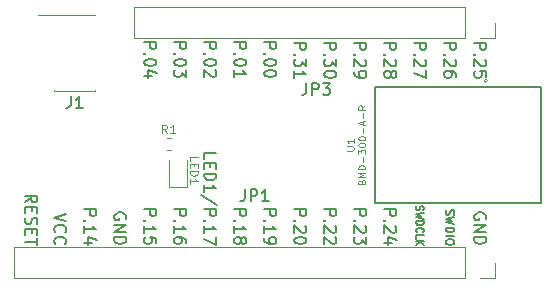
<source format=gbr>
G04 #@! TF.GenerationSoftware,KiCad,Pcbnew,(5.0.1)-3*
G04 #@! TF.CreationDate,2018-11-27T12:57:36+01:00*
G04 #@! TF.ProjectId,Adafruit_FeatherWing,41646166727569745F46656174686572,rev?*
G04 #@! TF.SameCoordinates,Original*
G04 #@! TF.FileFunction,Legend,Top*
G04 #@! TF.FilePolarity,Positive*
%FSLAX46Y46*%
G04 Gerber Fmt 4.6, Leading zero omitted, Abs format (unit mm)*
G04 Created by KiCad (PCBNEW (5.0.1)-3) date 27.11.2018 12:57:36*
%MOMM*%
%LPD*%
G01*
G04 APERTURE LIST*
%ADD10C,0.200000*%
%ADD11C,0.175000*%
%ADD12C,0.150000*%
%ADD13C,0.120000*%
%ADD14C,0.100000*%
%ADD15C,0.127000*%
%ADD16C,0.050000*%
G04 APERTURE END LIST*
D10*
X127817619Y-105778095D02*
X128817619Y-105778095D01*
X128817619Y-106159047D01*
X128770000Y-106254285D01*
X128722380Y-106301904D01*
X128627142Y-106349523D01*
X128484285Y-106349523D01*
X128389047Y-106301904D01*
X128341428Y-106254285D01*
X128293809Y-106159047D01*
X128293809Y-105778095D01*
X127912857Y-106778095D02*
X127865238Y-106825714D01*
X127817619Y-106778095D01*
X127865238Y-106730476D01*
X127912857Y-106778095D01*
X127817619Y-106778095D01*
X128817619Y-107444761D02*
X128817619Y-107540000D01*
X128770000Y-107635238D01*
X128722380Y-107682857D01*
X128627142Y-107730476D01*
X128436666Y-107778095D01*
X128198571Y-107778095D01*
X128008095Y-107730476D01*
X127912857Y-107682857D01*
X127865238Y-107635238D01*
X127817619Y-107540000D01*
X127817619Y-107444761D01*
X127865238Y-107349523D01*
X127912857Y-107301904D01*
X128008095Y-107254285D01*
X128198571Y-107206666D01*
X128436666Y-107206666D01*
X128627142Y-107254285D01*
X128722380Y-107301904D01*
X128770000Y-107349523D01*
X128817619Y-107444761D01*
X128484285Y-108635238D02*
X127817619Y-108635238D01*
X128865238Y-108397142D02*
X128150952Y-108159047D01*
X128150952Y-108778095D01*
X130357619Y-105778095D02*
X131357619Y-105778095D01*
X131357619Y-106159047D01*
X131310000Y-106254285D01*
X131262380Y-106301904D01*
X131167142Y-106349523D01*
X131024285Y-106349523D01*
X130929047Y-106301904D01*
X130881428Y-106254285D01*
X130833809Y-106159047D01*
X130833809Y-105778095D01*
X130452857Y-106778095D02*
X130405238Y-106825714D01*
X130357619Y-106778095D01*
X130405238Y-106730476D01*
X130452857Y-106778095D01*
X130357619Y-106778095D01*
X131357619Y-107444761D02*
X131357619Y-107540000D01*
X131310000Y-107635238D01*
X131262380Y-107682857D01*
X131167142Y-107730476D01*
X130976666Y-107778095D01*
X130738571Y-107778095D01*
X130548095Y-107730476D01*
X130452857Y-107682857D01*
X130405238Y-107635238D01*
X130357619Y-107540000D01*
X130357619Y-107444761D01*
X130405238Y-107349523D01*
X130452857Y-107301904D01*
X130548095Y-107254285D01*
X130738571Y-107206666D01*
X130976666Y-107206666D01*
X131167142Y-107254285D01*
X131262380Y-107301904D01*
X131310000Y-107349523D01*
X131357619Y-107444761D01*
X131357619Y-108111428D02*
X131357619Y-108730476D01*
X130976666Y-108397142D01*
X130976666Y-108540000D01*
X130929047Y-108635238D01*
X130881428Y-108682857D01*
X130786190Y-108730476D01*
X130548095Y-108730476D01*
X130452857Y-108682857D01*
X130405238Y-108635238D01*
X130357619Y-108540000D01*
X130357619Y-108254285D01*
X130405238Y-108159047D01*
X130452857Y-108111428D01*
X132897619Y-105778095D02*
X133897619Y-105778095D01*
X133897619Y-106159047D01*
X133850000Y-106254285D01*
X133802380Y-106301904D01*
X133707142Y-106349523D01*
X133564285Y-106349523D01*
X133469047Y-106301904D01*
X133421428Y-106254285D01*
X133373809Y-106159047D01*
X133373809Y-105778095D01*
X132992857Y-106778095D02*
X132945238Y-106825714D01*
X132897619Y-106778095D01*
X132945238Y-106730476D01*
X132992857Y-106778095D01*
X132897619Y-106778095D01*
X133897619Y-107444761D02*
X133897619Y-107540000D01*
X133850000Y-107635238D01*
X133802380Y-107682857D01*
X133707142Y-107730476D01*
X133516666Y-107778095D01*
X133278571Y-107778095D01*
X133088095Y-107730476D01*
X132992857Y-107682857D01*
X132945238Y-107635238D01*
X132897619Y-107540000D01*
X132897619Y-107444761D01*
X132945238Y-107349523D01*
X132992857Y-107301904D01*
X133088095Y-107254285D01*
X133278571Y-107206666D01*
X133516666Y-107206666D01*
X133707142Y-107254285D01*
X133802380Y-107301904D01*
X133850000Y-107349523D01*
X133897619Y-107444761D01*
X133802380Y-108159047D02*
X133850000Y-108206666D01*
X133897619Y-108301904D01*
X133897619Y-108540000D01*
X133850000Y-108635238D01*
X133802380Y-108682857D01*
X133707142Y-108730476D01*
X133611904Y-108730476D01*
X133469047Y-108682857D01*
X132897619Y-108111428D01*
X132897619Y-108730476D01*
X135437619Y-105778095D02*
X136437619Y-105778095D01*
X136437619Y-106159047D01*
X136390000Y-106254285D01*
X136342380Y-106301904D01*
X136247142Y-106349523D01*
X136104285Y-106349523D01*
X136009047Y-106301904D01*
X135961428Y-106254285D01*
X135913809Y-106159047D01*
X135913809Y-105778095D01*
X135532857Y-106778095D02*
X135485238Y-106825714D01*
X135437619Y-106778095D01*
X135485238Y-106730476D01*
X135532857Y-106778095D01*
X135437619Y-106778095D01*
X136437619Y-107444761D02*
X136437619Y-107540000D01*
X136390000Y-107635238D01*
X136342380Y-107682857D01*
X136247142Y-107730476D01*
X136056666Y-107778095D01*
X135818571Y-107778095D01*
X135628095Y-107730476D01*
X135532857Y-107682857D01*
X135485238Y-107635238D01*
X135437619Y-107540000D01*
X135437619Y-107444761D01*
X135485238Y-107349523D01*
X135532857Y-107301904D01*
X135628095Y-107254285D01*
X135818571Y-107206666D01*
X136056666Y-107206666D01*
X136247142Y-107254285D01*
X136342380Y-107301904D01*
X136390000Y-107349523D01*
X136437619Y-107444761D01*
X135437619Y-108730476D02*
X135437619Y-108159047D01*
X135437619Y-108444761D02*
X136437619Y-108444761D01*
X136294761Y-108349523D01*
X136199523Y-108254285D01*
X136151904Y-108159047D01*
X137977619Y-105778095D02*
X138977619Y-105778095D01*
X138977619Y-106159047D01*
X138930000Y-106254285D01*
X138882380Y-106301904D01*
X138787142Y-106349523D01*
X138644285Y-106349523D01*
X138549047Y-106301904D01*
X138501428Y-106254285D01*
X138453809Y-106159047D01*
X138453809Y-105778095D01*
X138072857Y-106778095D02*
X138025238Y-106825714D01*
X137977619Y-106778095D01*
X138025238Y-106730476D01*
X138072857Y-106778095D01*
X137977619Y-106778095D01*
X138977619Y-107444761D02*
X138977619Y-107540000D01*
X138930000Y-107635238D01*
X138882380Y-107682857D01*
X138787142Y-107730476D01*
X138596666Y-107778095D01*
X138358571Y-107778095D01*
X138168095Y-107730476D01*
X138072857Y-107682857D01*
X138025238Y-107635238D01*
X137977619Y-107540000D01*
X137977619Y-107444761D01*
X138025238Y-107349523D01*
X138072857Y-107301904D01*
X138168095Y-107254285D01*
X138358571Y-107206666D01*
X138596666Y-107206666D01*
X138787142Y-107254285D01*
X138882380Y-107301904D01*
X138930000Y-107349523D01*
X138977619Y-107444761D01*
X138977619Y-108397142D02*
X138977619Y-108492380D01*
X138930000Y-108587619D01*
X138882380Y-108635238D01*
X138787142Y-108682857D01*
X138596666Y-108730476D01*
X138358571Y-108730476D01*
X138168095Y-108682857D01*
X138072857Y-108635238D01*
X138025238Y-108587619D01*
X137977619Y-108492380D01*
X137977619Y-108397142D01*
X138025238Y-108301904D01*
X138072857Y-108254285D01*
X138168095Y-108206666D01*
X138358571Y-108159047D01*
X138596666Y-108159047D01*
X138787142Y-108206666D01*
X138882380Y-108254285D01*
X138930000Y-108301904D01*
X138977619Y-108397142D01*
X140517619Y-105838095D02*
X141517619Y-105838095D01*
X141517619Y-106219047D01*
X141470000Y-106314285D01*
X141422380Y-106361904D01*
X141327142Y-106409523D01*
X141184285Y-106409523D01*
X141089047Y-106361904D01*
X141041428Y-106314285D01*
X140993809Y-106219047D01*
X140993809Y-105838095D01*
X140612857Y-106838095D02*
X140565238Y-106885714D01*
X140517619Y-106838095D01*
X140565238Y-106790476D01*
X140612857Y-106838095D01*
X140517619Y-106838095D01*
X141517619Y-107219047D02*
X141517619Y-107838095D01*
X141136666Y-107504761D01*
X141136666Y-107647619D01*
X141089047Y-107742857D01*
X141041428Y-107790476D01*
X140946190Y-107838095D01*
X140708095Y-107838095D01*
X140612857Y-107790476D01*
X140565238Y-107742857D01*
X140517619Y-107647619D01*
X140517619Y-107361904D01*
X140565238Y-107266666D01*
X140612857Y-107219047D01*
X140517619Y-108790476D02*
X140517619Y-108219047D01*
X140517619Y-108504761D02*
X141517619Y-108504761D01*
X141374761Y-108409523D01*
X141279523Y-108314285D01*
X141231904Y-108219047D01*
X143057619Y-105838095D02*
X144057619Y-105838095D01*
X144057619Y-106219047D01*
X144010000Y-106314285D01*
X143962380Y-106361904D01*
X143867142Y-106409523D01*
X143724285Y-106409523D01*
X143629047Y-106361904D01*
X143581428Y-106314285D01*
X143533809Y-106219047D01*
X143533809Y-105838095D01*
X143152857Y-106838095D02*
X143105238Y-106885714D01*
X143057619Y-106838095D01*
X143105238Y-106790476D01*
X143152857Y-106838095D01*
X143057619Y-106838095D01*
X144057619Y-107219047D02*
X144057619Y-107838095D01*
X143676666Y-107504761D01*
X143676666Y-107647619D01*
X143629047Y-107742857D01*
X143581428Y-107790476D01*
X143486190Y-107838095D01*
X143248095Y-107838095D01*
X143152857Y-107790476D01*
X143105238Y-107742857D01*
X143057619Y-107647619D01*
X143057619Y-107361904D01*
X143105238Y-107266666D01*
X143152857Y-107219047D01*
X144057619Y-108457142D02*
X144057619Y-108552380D01*
X144010000Y-108647619D01*
X143962380Y-108695238D01*
X143867142Y-108742857D01*
X143676666Y-108790476D01*
X143438571Y-108790476D01*
X143248095Y-108742857D01*
X143152857Y-108695238D01*
X143105238Y-108647619D01*
X143057619Y-108552380D01*
X143057619Y-108457142D01*
X143105238Y-108361904D01*
X143152857Y-108314285D01*
X143248095Y-108266666D01*
X143438571Y-108219047D01*
X143676666Y-108219047D01*
X143867142Y-108266666D01*
X143962380Y-108314285D01*
X144010000Y-108361904D01*
X144057619Y-108457142D01*
X145597619Y-105838095D02*
X146597619Y-105838095D01*
X146597619Y-106219047D01*
X146550000Y-106314285D01*
X146502380Y-106361904D01*
X146407142Y-106409523D01*
X146264285Y-106409523D01*
X146169047Y-106361904D01*
X146121428Y-106314285D01*
X146073809Y-106219047D01*
X146073809Y-105838095D01*
X145692857Y-106838095D02*
X145645238Y-106885714D01*
X145597619Y-106838095D01*
X145645238Y-106790476D01*
X145692857Y-106838095D01*
X145597619Y-106838095D01*
X146502380Y-107266666D02*
X146550000Y-107314285D01*
X146597619Y-107409523D01*
X146597619Y-107647619D01*
X146550000Y-107742857D01*
X146502380Y-107790476D01*
X146407142Y-107838095D01*
X146311904Y-107838095D01*
X146169047Y-107790476D01*
X145597619Y-107219047D01*
X145597619Y-107838095D01*
X145597619Y-108314285D02*
X145597619Y-108504761D01*
X145645238Y-108600000D01*
X145692857Y-108647619D01*
X145835714Y-108742857D01*
X146026190Y-108790476D01*
X146407142Y-108790476D01*
X146502380Y-108742857D01*
X146550000Y-108695238D01*
X146597619Y-108600000D01*
X146597619Y-108409523D01*
X146550000Y-108314285D01*
X146502380Y-108266666D01*
X146407142Y-108219047D01*
X146169047Y-108219047D01*
X146073809Y-108266666D01*
X146026190Y-108314285D01*
X145978571Y-108409523D01*
X145978571Y-108600000D01*
X146026190Y-108695238D01*
X146073809Y-108742857D01*
X146169047Y-108790476D01*
X148137619Y-105838095D02*
X149137619Y-105838095D01*
X149137619Y-106219047D01*
X149090000Y-106314285D01*
X149042380Y-106361904D01*
X148947142Y-106409523D01*
X148804285Y-106409523D01*
X148709047Y-106361904D01*
X148661428Y-106314285D01*
X148613809Y-106219047D01*
X148613809Y-105838095D01*
X148232857Y-106838095D02*
X148185238Y-106885714D01*
X148137619Y-106838095D01*
X148185238Y-106790476D01*
X148232857Y-106838095D01*
X148137619Y-106838095D01*
X149042380Y-107266666D02*
X149090000Y-107314285D01*
X149137619Y-107409523D01*
X149137619Y-107647619D01*
X149090000Y-107742857D01*
X149042380Y-107790476D01*
X148947142Y-107838095D01*
X148851904Y-107838095D01*
X148709047Y-107790476D01*
X148137619Y-107219047D01*
X148137619Y-107838095D01*
X148709047Y-108409523D02*
X148756666Y-108314285D01*
X148804285Y-108266666D01*
X148899523Y-108219047D01*
X148947142Y-108219047D01*
X149042380Y-108266666D01*
X149090000Y-108314285D01*
X149137619Y-108409523D01*
X149137619Y-108600000D01*
X149090000Y-108695238D01*
X149042380Y-108742857D01*
X148947142Y-108790476D01*
X148899523Y-108790476D01*
X148804285Y-108742857D01*
X148756666Y-108695238D01*
X148709047Y-108600000D01*
X148709047Y-108409523D01*
X148661428Y-108314285D01*
X148613809Y-108266666D01*
X148518571Y-108219047D01*
X148328095Y-108219047D01*
X148232857Y-108266666D01*
X148185238Y-108314285D01*
X148137619Y-108409523D01*
X148137619Y-108600000D01*
X148185238Y-108695238D01*
X148232857Y-108742857D01*
X148328095Y-108790476D01*
X148518571Y-108790476D01*
X148613809Y-108742857D01*
X148661428Y-108695238D01*
X148709047Y-108600000D01*
X150677619Y-105838095D02*
X151677619Y-105838095D01*
X151677619Y-106219047D01*
X151630000Y-106314285D01*
X151582380Y-106361904D01*
X151487142Y-106409523D01*
X151344285Y-106409523D01*
X151249047Y-106361904D01*
X151201428Y-106314285D01*
X151153809Y-106219047D01*
X151153809Y-105838095D01*
X150772857Y-106838095D02*
X150725238Y-106885714D01*
X150677619Y-106838095D01*
X150725238Y-106790476D01*
X150772857Y-106838095D01*
X150677619Y-106838095D01*
X151582380Y-107266666D02*
X151630000Y-107314285D01*
X151677619Y-107409523D01*
X151677619Y-107647619D01*
X151630000Y-107742857D01*
X151582380Y-107790476D01*
X151487142Y-107838095D01*
X151391904Y-107838095D01*
X151249047Y-107790476D01*
X150677619Y-107219047D01*
X150677619Y-107838095D01*
X151677619Y-108171428D02*
X151677619Y-108838095D01*
X150677619Y-108409523D01*
X153217619Y-105838095D02*
X154217619Y-105838095D01*
X154217619Y-106219047D01*
X154170000Y-106314285D01*
X154122380Y-106361904D01*
X154027142Y-106409523D01*
X153884285Y-106409523D01*
X153789047Y-106361904D01*
X153741428Y-106314285D01*
X153693809Y-106219047D01*
X153693809Y-105838095D01*
X153312857Y-106838095D02*
X153265238Y-106885714D01*
X153217619Y-106838095D01*
X153265238Y-106790476D01*
X153312857Y-106838095D01*
X153217619Y-106838095D01*
X154122380Y-107266666D02*
X154170000Y-107314285D01*
X154217619Y-107409523D01*
X154217619Y-107647619D01*
X154170000Y-107742857D01*
X154122380Y-107790476D01*
X154027142Y-107838095D01*
X153931904Y-107838095D01*
X153789047Y-107790476D01*
X153217619Y-107219047D01*
X153217619Y-107838095D01*
X154217619Y-108695238D02*
X154217619Y-108504761D01*
X154170000Y-108409523D01*
X154122380Y-108361904D01*
X153979523Y-108266666D01*
X153789047Y-108219047D01*
X153408095Y-108219047D01*
X153312857Y-108266666D01*
X153265238Y-108314285D01*
X153217619Y-108409523D01*
X153217619Y-108600000D01*
X153265238Y-108695238D01*
X153312857Y-108742857D01*
X153408095Y-108790476D01*
X153646190Y-108790476D01*
X153741428Y-108742857D01*
X153789047Y-108695238D01*
X153836666Y-108600000D01*
X153836666Y-108409523D01*
X153789047Y-108314285D01*
X153741428Y-108266666D01*
X153646190Y-108219047D01*
X155757619Y-105838095D02*
X156757619Y-105838095D01*
X156757619Y-106219047D01*
X156710000Y-106314285D01*
X156662380Y-106361904D01*
X156567142Y-106409523D01*
X156424285Y-106409523D01*
X156329047Y-106361904D01*
X156281428Y-106314285D01*
X156233809Y-106219047D01*
X156233809Y-105838095D01*
X155852857Y-106838095D02*
X155805238Y-106885714D01*
X155757619Y-106838095D01*
X155805238Y-106790476D01*
X155852857Y-106838095D01*
X155757619Y-106838095D01*
X156662380Y-107266666D02*
X156710000Y-107314285D01*
X156757619Y-107409523D01*
X156757619Y-107647619D01*
X156710000Y-107742857D01*
X156662380Y-107790476D01*
X156567142Y-107838095D01*
X156471904Y-107838095D01*
X156329047Y-107790476D01*
X155757619Y-107219047D01*
X155757619Y-107838095D01*
X156757619Y-108742857D02*
X156757619Y-108266666D01*
X156281428Y-108219047D01*
X156329047Y-108266666D01*
X156376666Y-108361904D01*
X156376666Y-108600000D01*
X156329047Y-108695238D01*
X156281428Y-108742857D01*
X156186190Y-108790476D01*
X155948095Y-108790476D01*
X155852857Y-108742857D01*
X155805238Y-108695238D01*
X155757619Y-108600000D01*
X155757619Y-108361904D01*
X155805238Y-108266666D01*
X155852857Y-108219047D01*
X156710000Y-120774285D02*
X156757619Y-120679047D01*
X156757619Y-120536190D01*
X156710000Y-120393333D01*
X156614761Y-120298095D01*
X156519523Y-120250476D01*
X156329047Y-120202857D01*
X156186190Y-120202857D01*
X155995714Y-120250476D01*
X155900476Y-120298095D01*
X155805238Y-120393333D01*
X155757619Y-120536190D01*
X155757619Y-120631428D01*
X155805238Y-120774285D01*
X155852857Y-120821904D01*
X156186190Y-120821904D01*
X156186190Y-120631428D01*
X155757619Y-121250476D02*
X156757619Y-121250476D01*
X155757619Y-121821904D01*
X156757619Y-121821904D01*
X155757619Y-122298095D02*
X156757619Y-122298095D01*
X156757619Y-122536190D01*
X156710000Y-122679047D01*
X156614761Y-122774285D01*
X156519523Y-122821904D01*
X156329047Y-122869523D01*
X156186190Y-122869523D01*
X155995714Y-122821904D01*
X155900476Y-122774285D01*
X155805238Y-122679047D01*
X155757619Y-122536190D01*
X155757619Y-122298095D01*
D11*
X153386666Y-119976250D02*
X153353333Y-120076250D01*
X153353333Y-120242916D01*
X153386666Y-120309583D01*
X153420000Y-120342916D01*
X153486666Y-120376250D01*
X153553333Y-120376250D01*
X153620000Y-120342916D01*
X153653333Y-120309583D01*
X153686666Y-120242916D01*
X153720000Y-120109583D01*
X153753333Y-120042916D01*
X153786666Y-120009583D01*
X153853333Y-119976250D01*
X153920000Y-119976250D01*
X153986666Y-120009583D01*
X154020000Y-120042916D01*
X154053333Y-120109583D01*
X154053333Y-120276250D01*
X154020000Y-120376250D01*
X154053333Y-120609583D02*
X153353333Y-120776250D01*
X153853333Y-120909583D01*
X153353333Y-121042916D01*
X154053333Y-121209583D01*
X153353333Y-121476250D02*
X154053333Y-121476250D01*
X154053333Y-121642916D01*
X154020000Y-121742916D01*
X153953333Y-121809583D01*
X153886666Y-121842916D01*
X153753333Y-121876250D01*
X153653333Y-121876250D01*
X153520000Y-121842916D01*
X153453333Y-121809583D01*
X153386666Y-121742916D01*
X153353333Y-121642916D01*
X153353333Y-121476250D01*
X153353333Y-122176250D02*
X154053333Y-122176250D01*
X154053333Y-122642916D02*
X154053333Y-122776250D01*
X154020000Y-122842916D01*
X153953333Y-122909583D01*
X153820000Y-122942916D01*
X153586666Y-122942916D01*
X153453333Y-122909583D01*
X153386666Y-122842916D01*
X153353333Y-122776250D01*
X153353333Y-122642916D01*
X153386666Y-122576250D01*
X153453333Y-122509583D01*
X153586666Y-122476250D01*
X153820000Y-122476250D01*
X153953333Y-122509583D01*
X154020000Y-122576250D01*
X154053333Y-122642916D01*
D12*
X150887142Y-119663928D02*
X150858571Y-119749642D01*
X150858571Y-119892500D01*
X150887142Y-119949642D01*
X150915714Y-119978214D01*
X150972857Y-120006785D01*
X151030000Y-120006785D01*
X151087142Y-119978214D01*
X151115714Y-119949642D01*
X151144285Y-119892500D01*
X151172857Y-119778214D01*
X151201428Y-119721071D01*
X151230000Y-119692500D01*
X151287142Y-119663928D01*
X151344285Y-119663928D01*
X151401428Y-119692500D01*
X151430000Y-119721071D01*
X151458571Y-119778214D01*
X151458571Y-119921071D01*
X151430000Y-120006785D01*
X151458571Y-120206785D02*
X150858571Y-120349642D01*
X151287142Y-120463928D01*
X150858571Y-120578214D01*
X151458571Y-120721071D01*
X150858571Y-120949642D02*
X151458571Y-120949642D01*
X151458571Y-121092500D01*
X151430000Y-121178214D01*
X151372857Y-121235357D01*
X151315714Y-121263928D01*
X151201428Y-121292500D01*
X151115714Y-121292500D01*
X151001428Y-121263928D01*
X150944285Y-121235357D01*
X150887142Y-121178214D01*
X150858571Y-121092500D01*
X150858571Y-120949642D01*
X150915714Y-121892500D02*
X150887142Y-121863928D01*
X150858571Y-121778214D01*
X150858571Y-121721071D01*
X150887142Y-121635357D01*
X150944285Y-121578214D01*
X151001428Y-121549642D01*
X151115714Y-121521071D01*
X151201428Y-121521071D01*
X151315714Y-121549642D01*
X151372857Y-121578214D01*
X151430000Y-121635357D01*
X151458571Y-121721071D01*
X151458571Y-121778214D01*
X151430000Y-121863928D01*
X151401428Y-121892500D01*
X150858571Y-122435357D02*
X150858571Y-122149642D01*
X151458571Y-122149642D01*
X150858571Y-122635357D02*
X151458571Y-122635357D01*
X150858571Y-122978214D02*
X151201428Y-122721071D01*
X151458571Y-122978214D02*
X151115714Y-122635357D01*
D10*
X148137619Y-119917142D02*
X149137619Y-119917142D01*
X149137619Y-120298095D01*
X149090000Y-120393333D01*
X149042380Y-120440952D01*
X148947142Y-120488571D01*
X148804285Y-120488571D01*
X148709047Y-120440952D01*
X148661428Y-120393333D01*
X148613809Y-120298095D01*
X148613809Y-119917142D01*
X148232857Y-120917142D02*
X148185238Y-120964761D01*
X148137619Y-120917142D01*
X148185238Y-120869523D01*
X148232857Y-120917142D01*
X148137619Y-120917142D01*
X149042380Y-121345714D02*
X149090000Y-121393333D01*
X149137619Y-121488571D01*
X149137619Y-121726666D01*
X149090000Y-121821904D01*
X149042380Y-121869523D01*
X148947142Y-121917142D01*
X148851904Y-121917142D01*
X148709047Y-121869523D01*
X148137619Y-121298095D01*
X148137619Y-121917142D01*
X148804285Y-122774285D02*
X148137619Y-122774285D01*
X149185238Y-122536190D02*
X148470952Y-122298095D01*
X148470952Y-122917142D01*
X145597619Y-119917142D02*
X146597619Y-119917142D01*
X146597619Y-120298095D01*
X146550000Y-120393333D01*
X146502380Y-120440952D01*
X146407142Y-120488571D01*
X146264285Y-120488571D01*
X146169047Y-120440952D01*
X146121428Y-120393333D01*
X146073809Y-120298095D01*
X146073809Y-119917142D01*
X145692857Y-120917142D02*
X145645238Y-120964761D01*
X145597619Y-120917142D01*
X145645238Y-120869523D01*
X145692857Y-120917142D01*
X145597619Y-120917142D01*
X146502380Y-121345714D02*
X146550000Y-121393333D01*
X146597619Y-121488571D01*
X146597619Y-121726666D01*
X146550000Y-121821904D01*
X146502380Y-121869523D01*
X146407142Y-121917142D01*
X146311904Y-121917142D01*
X146169047Y-121869523D01*
X145597619Y-121298095D01*
X145597619Y-121917142D01*
X146597619Y-122250476D02*
X146597619Y-122869523D01*
X146216666Y-122536190D01*
X146216666Y-122679047D01*
X146169047Y-122774285D01*
X146121428Y-122821904D01*
X146026190Y-122869523D01*
X145788095Y-122869523D01*
X145692857Y-122821904D01*
X145645238Y-122774285D01*
X145597619Y-122679047D01*
X145597619Y-122393333D01*
X145645238Y-122298095D01*
X145692857Y-122250476D01*
X143057619Y-119917142D02*
X144057619Y-119917142D01*
X144057619Y-120298095D01*
X144010000Y-120393333D01*
X143962380Y-120440952D01*
X143867142Y-120488571D01*
X143724285Y-120488571D01*
X143629047Y-120440952D01*
X143581428Y-120393333D01*
X143533809Y-120298095D01*
X143533809Y-119917142D01*
X143152857Y-120917142D02*
X143105238Y-120964761D01*
X143057619Y-120917142D01*
X143105238Y-120869523D01*
X143152857Y-120917142D01*
X143057619Y-120917142D01*
X143962380Y-121345714D02*
X144010000Y-121393333D01*
X144057619Y-121488571D01*
X144057619Y-121726666D01*
X144010000Y-121821904D01*
X143962380Y-121869523D01*
X143867142Y-121917142D01*
X143771904Y-121917142D01*
X143629047Y-121869523D01*
X143057619Y-121298095D01*
X143057619Y-121917142D01*
X143962380Y-122298095D02*
X144010000Y-122345714D01*
X144057619Y-122440952D01*
X144057619Y-122679047D01*
X144010000Y-122774285D01*
X143962380Y-122821904D01*
X143867142Y-122869523D01*
X143771904Y-122869523D01*
X143629047Y-122821904D01*
X143057619Y-122250476D01*
X143057619Y-122869523D01*
X140517619Y-119917142D02*
X141517619Y-119917142D01*
X141517619Y-120298095D01*
X141470000Y-120393333D01*
X141422380Y-120440952D01*
X141327142Y-120488571D01*
X141184285Y-120488571D01*
X141089047Y-120440952D01*
X141041428Y-120393333D01*
X140993809Y-120298095D01*
X140993809Y-119917142D01*
X140612857Y-120917142D02*
X140565238Y-120964761D01*
X140517619Y-120917142D01*
X140565238Y-120869523D01*
X140612857Y-120917142D01*
X140517619Y-120917142D01*
X141422380Y-121345714D02*
X141470000Y-121393333D01*
X141517619Y-121488571D01*
X141517619Y-121726666D01*
X141470000Y-121821904D01*
X141422380Y-121869523D01*
X141327142Y-121917142D01*
X141231904Y-121917142D01*
X141089047Y-121869523D01*
X140517619Y-121298095D01*
X140517619Y-121917142D01*
X141517619Y-122536190D02*
X141517619Y-122631428D01*
X141470000Y-122726666D01*
X141422380Y-122774285D01*
X141327142Y-122821904D01*
X141136666Y-122869523D01*
X140898571Y-122869523D01*
X140708095Y-122821904D01*
X140612857Y-122774285D01*
X140565238Y-122726666D01*
X140517619Y-122631428D01*
X140517619Y-122536190D01*
X140565238Y-122440952D01*
X140612857Y-122393333D01*
X140708095Y-122345714D01*
X140898571Y-122298095D01*
X141136666Y-122298095D01*
X141327142Y-122345714D01*
X141422380Y-122393333D01*
X141470000Y-122440952D01*
X141517619Y-122536190D01*
X137977619Y-119917142D02*
X138977619Y-119917142D01*
X138977619Y-120298095D01*
X138930000Y-120393333D01*
X138882380Y-120440952D01*
X138787142Y-120488571D01*
X138644285Y-120488571D01*
X138549047Y-120440952D01*
X138501428Y-120393333D01*
X138453809Y-120298095D01*
X138453809Y-119917142D01*
X138072857Y-120917142D02*
X138025238Y-120964761D01*
X137977619Y-120917142D01*
X138025238Y-120869523D01*
X138072857Y-120917142D01*
X137977619Y-120917142D01*
X137977619Y-121917142D02*
X137977619Y-121345714D01*
X137977619Y-121631428D02*
X138977619Y-121631428D01*
X138834761Y-121536190D01*
X138739523Y-121440952D01*
X138691904Y-121345714D01*
X137977619Y-122393333D02*
X137977619Y-122583809D01*
X138025238Y-122679047D01*
X138072857Y-122726666D01*
X138215714Y-122821904D01*
X138406190Y-122869523D01*
X138787142Y-122869523D01*
X138882380Y-122821904D01*
X138930000Y-122774285D01*
X138977619Y-122679047D01*
X138977619Y-122488571D01*
X138930000Y-122393333D01*
X138882380Y-122345714D01*
X138787142Y-122298095D01*
X138549047Y-122298095D01*
X138453809Y-122345714D01*
X138406190Y-122393333D01*
X138358571Y-122488571D01*
X138358571Y-122679047D01*
X138406190Y-122774285D01*
X138453809Y-122821904D01*
X138549047Y-122869523D01*
X135437619Y-119917142D02*
X136437619Y-119917142D01*
X136437619Y-120298095D01*
X136390000Y-120393333D01*
X136342380Y-120440952D01*
X136247142Y-120488571D01*
X136104285Y-120488571D01*
X136009047Y-120440952D01*
X135961428Y-120393333D01*
X135913809Y-120298095D01*
X135913809Y-119917142D01*
X135532857Y-120917142D02*
X135485238Y-120964761D01*
X135437619Y-120917142D01*
X135485238Y-120869523D01*
X135532857Y-120917142D01*
X135437619Y-120917142D01*
X135437619Y-121917142D02*
X135437619Y-121345714D01*
X135437619Y-121631428D02*
X136437619Y-121631428D01*
X136294761Y-121536190D01*
X136199523Y-121440952D01*
X136151904Y-121345714D01*
X136009047Y-122488571D02*
X136056666Y-122393333D01*
X136104285Y-122345714D01*
X136199523Y-122298095D01*
X136247142Y-122298095D01*
X136342380Y-122345714D01*
X136390000Y-122393333D01*
X136437619Y-122488571D01*
X136437619Y-122679047D01*
X136390000Y-122774285D01*
X136342380Y-122821904D01*
X136247142Y-122869523D01*
X136199523Y-122869523D01*
X136104285Y-122821904D01*
X136056666Y-122774285D01*
X136009047Y-122679047D01*
X136009047Y-122488571D01*
X135961428Y-122393333D01*
X135913809Y-122345714D01*
X135818571Y-122298095D01*
X135628095Y-122298095D01*
X135532857Y-122345714D01*
X135485238Y-122393333D01*
X135437619Y-122488571D01*
X135437619Y-122679047D01*
X135485238Y-122774285D01*
X135532857Y-122821904D01*
X135628095Y-122869523D01*
X135818571Y-122869523D01*
X135913809Y-122821904D01*
X135961428Y-122774285D01*
X136009047Y-122679047D01*
X132897619Y-115679047D02*
X132897619Y-115202857D01*
X133897619Y-115202857D01*
X133421428Y-116012380D02*
X133421428Y-116345714D01*
X132897619Y-116488571D02*
X132897619Y-116012380D01*
X133897619Y-116012380D01*
X133897619Y-116488571D01*
X132897619Y-116917142D02*
X133897619Y-116917142D01*
X133897619Y-117155238D01*
X133850000Y-117298095D01*
X133754761Y-117393333D01*
X133659523Y-117440952D01*
X133469047Y-117488571D01*
X133326190Y-117488571D01*
X133135714Y-117440952D01*
X133040476Y-117393333D01*
X132945238Y-117298095D01*
X132897619Y-117155238D01*
X132897619Y-116917142D01*
X132897619Y-118440952D02*
X132897619Y-117869523D01*
X132897619Y-118155238D02*
X133897619Y-118155238D01*
X133754761Y-118060000D01*
X133659523Y-117964761D01*
X133611904Y-117869523D01*
X133945238Y-119583809D02*
X132659523Y-118726666D01*
X132897619Y-119917142D02*
X133897619Y-119917142D01*
X133897619Y-120298095D01*
X133850000Y-120393333D01*
X133802380Y-120440952D01*
X133707142Y-120488571D01*
X133564285Y-120488571D01*
X133469047Y-120440952D01*
X133421428Y-120393333D01*
X133373809Y-120298095D01*
X133373809Y-119917142D01*
X132992857Y-120917142D02*
X132945238Y-120964761D01*
X132897619Y-120917142D01*
X132945238Y-120869523D01*
X132992857Y-120917142D01*
X132897619Y-120917142D01*
X132897619Y-121917142D02*
X132897619Y-121345714D01*
X132897619Y-121631428D02*
X133897619Y-121631428D01*
X133754761Y-121536190D01*
X133659523Y-121440952D01*
X133611904Y-121345714D01*
X133897619Y-122250476D02*
X133897619Y-122917142D01*
X132897619Y-122488571D01*
X130357619Y-119917142D02*
X131357619Y-119917142D01*
X131357619Y-120298095D01*
X131310000Y-120393333D01*
X131262380Y-120440952D01*
X131167142Y-120488571D01*
X131024285Y-120488571D01*
X130929047Y-120440952D01*
X130881428Y-120393333D01*
X130833809Y-120298095D01*
X130833809Y-119917142D01*
X130452857Y-120917142D02*
X130405238Y-120964761D01*
X130357619Y-120917142D01*
X130405238Y-120869523D01*
X130452857Y-120917142D01*
X130357619Y-120917142D01*
X130357619Y-121917142D02*
X130357619Y-121345714D01*
X130357619Y-121631428D02*
X131357619Y-121631428D01*
X131214761Y-121536190D01*
X131119523Y-121440952D01*
X131071904Y-121345714D01*
X131357619Y-122774285D02*
X131357619Y-122583809D01*
X131310000Y-122488571D01*
X131262380Y-122440952D01*
X131119523Y-122345714D01*
X130929047Y-122298095D01*
X130548095Y-122298095D01*
X130452857Y-122345714D01*
X130405238Y-122393333D01*
X130357619Y-122488571D01*
X130357619Y-122679047D01*
X130405238Y-122774285D01*
X130452857Y-122821904D01*
X130548095Y-122869523D01*
X130786190Y-122869523D01*
X130881428Y-122821904D01*
X130929047Y-122774285D01*
X130976666Y-122679047D01*
X130976666Y-122488571D01*
X130929047Y-122393333D01*
X130881428Y-122345714D01*
X130786190Y-122298095D01*
X127817619Y-119917142D02*
X128817619Y-119917142D01*
X128817619Y-120298095D01*
X128770000Y-120393333D01*
X128722380Y-120440952D01*
X128627142Y-120488571D01*
X128484285Y-120488571D01*
X128389047Y-120440952D01*
X128341428Y-120393333D01*
X128293809Y-120298095D01*
X128293809Y-119917142D01*
X127912857Y-120917142D02*
X127865238Y-120964761D01*
X127817619Y-120917142D01*
X127865238Y-120869523D01*
X127912857Y-120917142D01*
X127817619Y-120917142D01*
X127817619Y-121917142D02*
X127817619Y-121345714D01*
X127817619Y-121631428D02*
X128817619Y-121631428D01*
X128674761Y-121536190D01*
X128579523Y-121440952D01*
X128531904Y-121345714D01*
X128817619Y-122821904D02*
X128817619Y-122345714D01*
X128341428Y-122298095D01*
X128389047Y-122345714D01*
X128436666Y-122440952D01*
X128436666Y-122679047D01*
X128389047Y-122774285D01*
X128341428Y-122821904D01*
X128246190Y-122869523D01*
X128008095Y-122869523D01*
X127912857Y-122821904D01*
X127865238Y-122774285D01*
X127817619Y-122679047D01*
X127817619Y-122440952D01*
X127865238Y-122345714D01*
X127912857Y-122298095D01*
X126230000Y-120774285D02*
X126277619Y-120679047D01*
X126277619Y-120536190D01*
X126230000Y-120393333D01*
X126134761Y-120298095D01*
X126039523Y-120250476D01*
X125849047Y-120202857D01*
X125706190Y-120202857D01*
X125515714Y-120250476D01*
X125420476Y-120298095D01*
X125325238Y-120393333D01*
X125277619Y-120536190D01*
X125277619Y-120631428D01*
X125325238Y-120774285D01*
X125372857Y-120821904D01*
X125706190Y-120821904D01*
X125706190Y-120631428D01*
X125277619Y-121250476D02*
X126277619Y-121250476D01*
X125277619Y-121821904D01*
X126277619Y-121821904D01*
X125277619Y-122298095D02*
X126277619Y-122298095D01*
X126277619Y-122536190D01*
X126230000Y-122679047D01*
X126134761Y-122774285D01*
X126039523Y-122821904D01*
X125849047Y-122869523D01*
X125706190Y-122869523D01*
X125515714Y-122821904D01*
X125420476Y-122774285D01*
X125325238Y-122679047D01*
X125277619Y-122536190D01*
X125277619Y-122298095D01*
X122737619Y-119917142D02*
X123737619Y-119917142D01*
X123737619Y-120298095D01*
X123690000Y-120393333D01*
X123642380Y-120440952D01*
X123547142Y-120488571D01*
X123404285Y-120488571D01*
X123309047Y-120440952D01*
X123261428Y-120393333D01*
X123213809Y-120298095D01*
X123213809Y-119917142D01*
X122832857Y-120917142D02*
X122785238Y-120964761D01*
X122737619Y-120917142D01*
X122785238Y-120869523D01*
X122832857Y-120917142D01*
X122737619Y-120917142D01*
X122737619Y-121917142D02*
X122737619Y-121345714D01*
X122737619Y-121631428D02*
X123737619Y-121631428D01*
X123594761Y-121536190D01*
X123499523Y-121440952D01*
X123451904Y-121345714D01*
X123404285Y-122774285D02*
X122737619Y-122774285D01*
X123785238Y-122536190D02*
X123070952Y-122298095D01*
X123070952Y-122917142D01*
X121197619Y-120298095D02*
X120197619Y-120631428D01*
X121197619Y-120964761D01*
X120292857Y-121869523D02*
X120245238Y-121821904D01*
X120197619Y-121679047D01*
X120197619Y-121583809D01*
X120245238Y-121440952D01*
X120340476Y-121345714D01*
X120435714Y-121298095D01*
X120626190Y-121250476D01*
X120769047Y-121250476D01*
X120959523Y-121298095D01*
X121054761Y-121345714D01*
X121150000Y-121440952D01*
X121197619Y-121583809D01*
X121197619Y-121679047D01*
X121150000Y-121821904D01*
X121102380Y-121869523D01*
X120292857Y-122869523D02*
X120245238Y-122821904D01*
X120197619Y-122679047D01*
X120197619Y-122583809D01*
X120245238Y-122440952D01*
X120340476Y-122345714D01*
X120435714Y-122298095D01*
X120626190Y-122250476D01*
X120769047Y-122250476D01*
X120959523Y-122298095D01*
X121054761Y-122345714D01*
X121150000Y-122440952D01*
X121197619Y-122583809D01*
X121197619Y-122679047D01*
X121150000Y-122821904D01*
X121102380Y-122869523D01*
X117757619Y-119345714D02*
X118233809Y-119012380D01*
X117757619Y-118774285D02*
X118757619Y-118774285D01*
X118757619Y-119155238D01*
X118710000Y-119250476D01*
X118662380Y-119298095D01*
X118567142Y-119345714D01*
X118424285Y-119345714D01*
X118329047Y-119298095D01*
X118281428Y-119250476D01*
X118233809Y-119155238D01*
X118233809Y-118774285D01*
X118281428Y-119774285D02*
X118281428Y-120107619D01*
X117757619Y-120250476D02*
X117757619Y-119774285D01*
X118757619Y-119774285D01*
X118757619Y-120250476D01*
X117805238Y-120631428D02*
X117757619Y-120774285D01*
X117757619Y-121012380D01*
X117805238Y-121107619D01*
X117852857Y-121155238D01*
X117948095Y-121202857D01*
X118043333Y-121202857D01*
X118138571Y-121155238D01*
X118186190Y-121107619D01*
X118233809Y-121012380D01*
X118281428Y-120821904D01*
X118329047Y-120726666D01*
X118376666Y-120679047D01*
X118471904Y-120631428D01*
X118567142Y-120631428D01*
X118662380Y-120679047D01*
X118710000Y-120726666D01*
X118757619Y-120821904D01*
X118757619Y-121060000D01*
X118710000Y-121202857D01*
X118281428Y-121631428D02*
X118281428Y-121964761D01*
X117757619Y-122107619D02*
X117757619Y-121631428D01*
X118757619Y-121631428D01*
X118757619Y-122107619D01*
X118757619Y-122393333D02*
X118757619Y-122964761D01*
X117757619Y-122679047D02*
X118757619Y-122679047D01*
D13*
G04 #@! TO.C,JP1*
X154940000Y-123130000D02*
X154940000Y-125790000D01*
X154940000Y-123130000D02*
X116780000Y-123130000D01*
X116780000Y-123130000D02*
X116780000Y-125790000D01*
X154940000Y-125790000D02*
X116780000Y-125790000D01*
X157540000Y-125790000D02*
X156210000Y-125790000D01*
X157540000Y-124460000D02*
X157540000Y-125790000D01*
G04 #@! TO.C,JP3*
X154940000Y-102810000D02*
X154940000Y-105470000D01*
X154940000Y-102810000D02*
X126940000Y-102810000D01*
X126940000Y-102810000D02*
X126940000Y-105470000D01*
X154940000Y-105470000D02*
X126940000Y-105470000D01*
X157540000Y-105470000D02*
X156210000Y-105470000D01*
X157540000Y-104140000D02*
X157540000Y-105470000D01*
D14*
G04 #@! TO.C,U1*
X156880000Y-109030000D02*
G75*
G03X156880000Y-109030000I-150000J0D01*
G01*
D15*
X147370000Y-119400000D02*
X161370000Y-119400000D01*
X147370000Y-109600000D02*
X147370000Y-119400000D01*
X161370000Y-109600000D02*
X147370000Y-109600000D01*
X161370000Y-119400000D02*
X161370000Y-109600000D01*
D13*
G04 #@! TO.C,J1*
X120155000Y-103445000D02*
X123685000Y-103445000D01*
X120155000Y-109915000D02*
X123685000Y-109915000D01*
X118830000Y-103510000D02*
X120155000Y-103510000D01*
X120155000Y-103445000D02*
X120155000Y-103510000D01*
X123685000Y-103445000D02*
X123685000Y-103510000D01*
X120155000Y-109850000D02*
X120155000Y-109915000D01*
X123685000Y-109850000D02*
X123685000Y-109915000D01*
G04 #@! TO.C,LED1*
X131405000Y-118010000D02*
X131405000Y-115725000D01*
X129935000Y-118010000D02*
X131405000Y-118010000D01*
X129935000Y-115725000D02*
X129935000Y-118010000D01*
G04 #@! TO.C,R1*
X130045279Y-114910000D02*
X129719721Y-114910000D01*
X130045279Y-113890000D02*
X129719721Y-113890000D01*
G04 #@! TO.C,JP1*
D12*
X136336666Y-118252380D02*
X136336666Y-118966666D01*
X136289047Y-119109523D01*
X136193809Y-119204761D01*
X136050952Y-119252380D01*
X135955714Y-119252380D01*
X136812857Y-119252380D02*
X136812857Y-118252380D01*
X137193809Y-118252380D01*
X137289047Y-118300000D01*
X137336666Y-118347619D01*
X137384285Y-118442857D01*
X137384285Y-118585714D01*
X137336666Y-118680952D01*
X137289047Y-118728571D01*
X137193809Y-118776190D01*
X136812857Y-118776190D01*
X138336666Y-119252380D02*
X137765238Y-119252380D01*
X138050952Y-119252380D02*
X138050952Y-118252380D01*
X137955714Y-118395238D01*
X137860476Y-118490476D01*
X137765238Y-118538095D01*
G04 #@! TO.C,JP3*
X141536666Y-109252380D02*
X141536666Y-109966666D01*
X141489047Y-110109523D01*
X141393809Y-110204761D01*
X141250952Y-110252380D01*
X141155714Y-110252380D01*
X142012857Y-110252380D02*
X142012857Y-109252380D01*
X142393809Y-109252380D01*
X142489047Y-109300000D01*
X142536666Y-109347619D01*
X142584285Y-109442857D01*
X142584285Y-109585714D01*
X142536666Y-109680952D01*
X142489047Y-109728571D01*
X142393809Y-109776190D01*
X142012857Y-109776190D01*
X142917619Y-109252380D02*
X143536666Y-109252380D01*
X143203333Y-109633333D01*
X143346190Y-109633333D01*
X143441428Y-109680952D01*
X143489047Y-109728571D01*
X143536666Y-109823809D01*
X143536666Y-110061904D01*
X143489047Y-110157142D01*
X143441428Y-110204761D01*
X143346190Y-110252380D01*
X143060476Y-110252380D01*
X142965238Y-110204761D01*
X142917619Y-110157142D01*
G04 #@! TO.C,U1*
D16*
X144941428Y-114957142D02*
X145427142Y-114957142D01*
X145484285Y-114928571D01*
X145512857Y-114900000D01*
X145541428Y-114842857D01*
X145541428Y-114728571D01*
X145512857Y-114671428D01*
X145484285Y-114642857D01*
X145427142Y-114614285D01*
X144941428Y-114614285D01*
X145541428Y-114014285D02*
X145541428Y-114357142D01*
X145541428Y-114185714D02*
X144941428Y-114185714D01*
X145027142Y-114242857D01*
X145084285Y-114300000D01*
X145112857Y-114357142D01*
X146227142Y-117628571D02*
X146255714Y-117542857D01*
X146284285Y-117514285D01*
X146341428Y-117485714D01*
X146427142Y-117485714D01*
X146484285Y-117514285D01*
X146512857Y-117542857D01*
X146541428Y-117600000D01*
X146541428Y-117828571D01*
X145941428Y-117828571D01*
X145941428Y-117628571D01*
X145970000Y-117571428D01*
X145998571Y-117542857D01*
X146055714Y-117514285D01*
X146112857Y-117514285D01*
X146170000Y-117542857D01*
X146198571Y-117571428D01*
X146227142Y-117628571D01*
X146227142Y-117828571D01*
X146541428Y-117228571D02*
X145941428Y-117228571D01*
X146370000Y-117028571D01*
X145941428Y-116828571D01*
X146541428Y-116828571D01*
X146541428Y-116542857D02*
X145941428Y-116542857D01*
X145941428Y-116400000D01*
X145970000Y-116314285D01*
X146027142Y-116257142D01*
X146084285Y-116228571D01*
X146198571Y-116200000D01*
X146284285Y-116200000D01*
X146398571Y-116228571D01*
X146455714Y-116257142D01*
X146512857Y-116314285D01*
X146541428Y-116400000D01*
X146541428Y-116542857D01*
X146312857Y-115942857D02*
X146312857Y-115485714D01*
X145941428Y-115257142D02*
X145941428Y-114885714D01*
X146170000Y-115085714D01*
X146170000Y-115000000D01*
X146198571Y-114942857D01*
X146227142Y-114914285D01*
X146284285Y-114885714D01*
X146427142Y-114885714D01*
X146484285Y-114914285D01*
X146512857Y-114942857D01*
X146541428Y-115000000D01*
X146541428Y-115171428D01*
X146512857Y-115228571D01*
X146484285Y-115257142D01*
X145941428Y-114514285D02*
X145941428Y-114457142D01*
X145970000Y-114400000D01*
X145998571Y-114371428D01*
X146055714Y-114342857D01*
X146170000Y-114314285D01*
X146312857Y-114314285D01*
X146427142Y-114342857D01*
X146484285Y-114371428D01*
X146512857Y-114400000D01*
X146541428Y-114457142D01*
X146541428Y-114514285D01*
X146512857Y-114571428D01*
X146484285Y-114600000D01*
X146427142Y-114628571D01*
X146312857Y-114657142D01*
X146170000Y-114657142D01*
X146055714Y-114628571D01*
X145998571Y-114600000D01*
X145970000Y-114571428D01*
X145941428Y-114514285D01*
X145941428Y-113942857D02*
X145941428Y-113885714D01*
X145970000Y-113828571D01*
X145998571Y-113800000D01*
X146055714Y-113771428D01*
X146170000Y-113742857D01*
X146312857Y-113742857D01*
X146427142Y-113771428D01*
X146484285Y-113800000D01*
X146512857Y-113828571D01*
X146541428Y-113885714D01*
X146541428Y-113942857D01*
X146512857Y-114000000D01*
X146484285Y-114028571D01*
X146427142Y-114057142D01*
X146312857Y-114085714D01*
X146170000Y-114085714D01*
X146055714Y-114057142D01*
X145998571Y-114028571D01*
X145970000Y-114000000D01*
X145941428Y-113942857D01*
X146312857Y-113485714D02*
X146312857Y-113028571D01*
X146370000Y-112771428D02*
X146370000Y-112485714D01*
X146541428Y-112828571D02*
X145941428Y-112628571D01*
X146541428Y-112428571D01*
X146312857Y-112228571D02*
X146312857Y-111771428D01*
X146541428Y-111142857D02*
X146255714Y-111342857D01*
X146541428Y-111485714D02*
X145941428Y-111485714D01*
X145941428Y-111257142D01*
X145970000Y-111200000D01*
X145998571Y-111171428D01*
X146055714Y-111142857D01*
X146141428Y-111142857D01*
X146198571Y-111171428D01*
X146227142Y-111200000D01*
X146255714Y-111257142D01*
X146255714Y-111485714D01*
G04 #@! TO.C,J1*
D12*
X121586666Y-110352380D02*
X121586666Y-111066666D01*
X121539047Y-111209523D01*
X121443809Y-111304761D01*
X121300952Y-111352380D01*
X121205714Y-111352380D01*
X122586666Y-111352380D02*
X122015238Y-111352380D01*
X122300952Y-111352380D02*
X122300952Y-110352380D01*
X122205714Y-110495238D01*
X122110476Y-110590476D01*
X122015238Y-110638095D01*
G04 #@! TO.C,LED1*
D14*
X131653333Y-115829166D02*
X131653333Y-115495833D01*
X132353333Y-115495833D01*
X132020000Y-116062500D02*
X132020000Y-116295833D01*
X131653333Y-116395833D02*
X131653333Y-116062500D01*
X132353333Y-116062500D01*
X132353333Y-116395833D01*
X131653333Y-116695833D02*
X132353333Y-116695833D01*
X132353333Y-116862500D01*
X132320000Y-116962500D01*
X132253333Y-117029166D01*
X132186666Y-117062500D01*
X132053333Y-117095833D01*
X131953333Y-117095833D01*
X131820000Y-117062500D01*
X131753333Y-117029166D01*
X131686666Y-116962500D01*
X131653333Y-116862500D01*
X131653333Y-116695833D01*
X131653333Y-117762500D02*
X131653333Y-117362500D01*
X131653333Y-117562500D02*
X132353333Y-117562500D01*
X132253333Y-117495833D01*
X132186666Y-117429166D01*
X132153333Y-117362500D01*
G04 #@! TO.C,R1*
X129753333Y-113486666D02*
X129520000Y-113153333D01*
X129353333Y-113486666D02*
X129353333Y-112786666D01*
X129620000Y-112786666D01*
X129686666Y-112820000D01*
X129720000Y-112853333D01*
X129753333Y-112920000D01*
X129753333Y-113020000D01*
X129720000Y-113086666D01*
X129686666Y-113120000D01*
X129620000Y-113153333D01*
X129353333Y-113153333D01*
X130420000Y-113486666D02*
X130020000Y-113486666D01*
X130220000Y-113486666D02*
X130220000Y-112786666D01*
X130153333Y-112886666D01*
X130086666Y-112953333D01*
X130020000Y-112986666D01*
G04 #@! TD*
M02*

</source>
